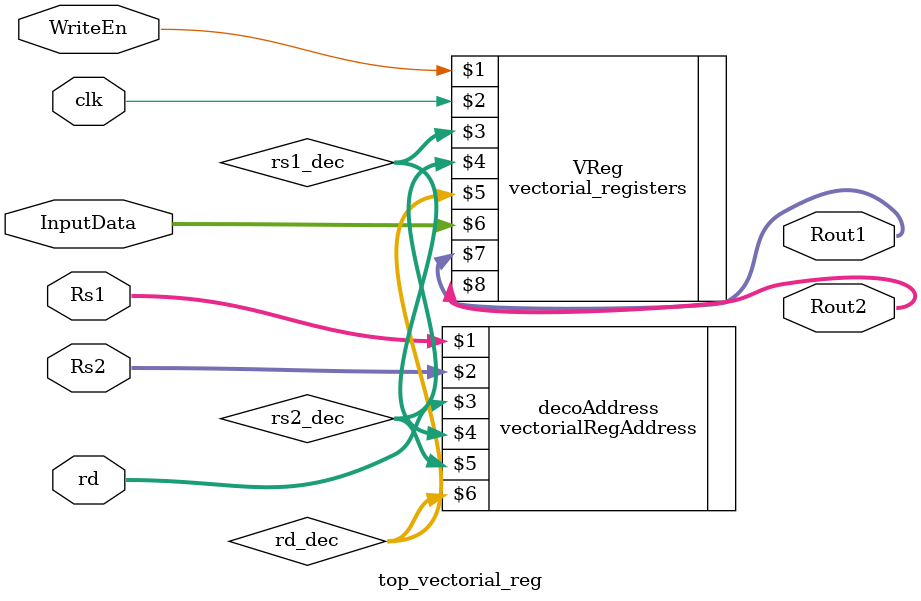
<source format=sv>
module top_vectorial_reg(input logic WriteEn,clk,
					          input logic [4:0] Rs1, Rs2,rd,
								 input logic [255:0]InputData,
								 output logic [255:0]Rout1, Rout2);
								 
								 logic [4:0] rs1_dec, rs2_dec, rd_dec;
								 
								 vectorialRegAddress decoAddress (Rs1,Rs2,rd, rs1_dec, rs2_dec, rd_dec);
								 
								 vectorial_registers VReg (WriteEn,clk, rs1_dec, rs2_dec, rd_dec,InputData,Rout1, Rout2);
								 

endmodule

</source>
